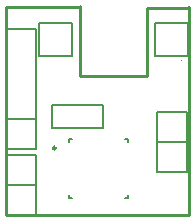
<source format=gto>
G04*
G04 #@! TF.GenerationSoftware,Altium Limited,Altium Designer,22.6.1 (34)*
G04*
G04 Layer_Color=65535*
%FSLAX44Y44*%
%MOMM*%
G71*
G04*
G04 #@! TF.SameCoordinates,45B2D7D6-BFBB-4C38-AB1A-0C575AC83147*
G04*
G04*
G04 #@! TF.FilePolarity,Positive*
G04*
G01*
G75*
%ADD10C,0.2500*%
%ADD11C,0.1000*%
%ADD12C,0.2540*%
%ADD13C,0.2000*%
D10*
X867929Y740130D02*
G03*
X867929Y740130I-1250J0D01*
G01*
D11*
X974200Y814520D02*
G03*
X974200Y814520I-500J0D01*
G01*
X897570Y780170D02*
G03*
X897570Y780170I-500J0D01*
G01*
D12*
X825994Y859560D02*
X887770D01*
X888000Y801000D02*
Y860000D01*
X945000Y801000D02*
Y859000D01*
X979650D01*
X825994Y683556D02*
Y859560D01*
Y683556D02*
X826290Y683260D01*
X980440D01*
Y859790D01*
X979650Y859000D02*
X980440Y859790D01*
X888000Y801000D02*
X945000D01*
D13*
X879240Y745130D02*
Y747630D01*
X881740D01*
X879240Y697630D02*
Y700130D01*
Y697630D02*
X881740D01*
X929240Y745130D02*
Y747630D01*
X926740D02*
X929240D01*
Y697630D02*
Y700130D01*
X926740Y697630D02*
X929240D01*
X853440Y817880D02*
Y845820D01*
X881380D01*
Y817880D02*
Y845820D01*
X853440Y817880D02*
X881380D01*
X951440D02*
Y845820D01*
X979380D01*
Y817880D02*
Y845820D01*
X951440Y817880D02*
X979380D01*
X979170Y720090D02*
Y770890D01*
X953770D02*
X979170D01*
X953770Y720090D02*
Y770890D01*
Y720090D02*
X979170D01*
X953770Y745490D02*
X979170D01*
X907590Y757348D02*
Y776652D01*
X864410Y757348D02*
Y776652D01*
Y757348D02*
X907590D01*
X864410Y776652D02*
X907590D01*
X825994Y683556D02*
Y734356D01*
Y683556D02*
X851394D01*
Y734356D01*
X825994D02*
X851394D01*
X825994Y708956D02*
X851394D01*
X825500Y840740D02*
X850900D01*
X825500Y764540D02*
X850900D01*
X825500Y739140D02*
X850900D01*
X825500D02*
Y840740D01*
X850900Y739140D02*
Y840740D01*
M02*

</source>
